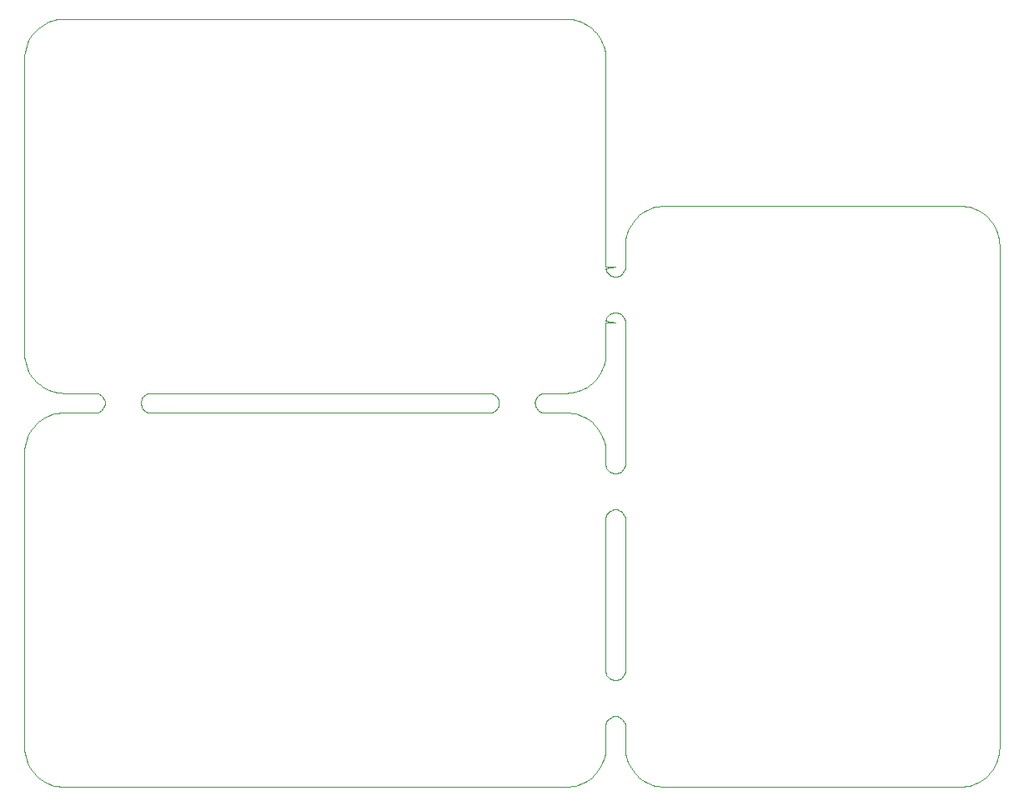
<source format=gko>
%MOIN*%
%OFA0B0*%
%FSLAX36Y36*%
%IPPOS*%
%LPD*%
%ADD10C,0*%
D10*
X001857148Y001496062D02*
X001857148Y001496062D01*
X000505056Y001496062D01*
X000498897Y001496547D01*
X000492890Y001497989D01*
X000487182Y001500354D01*
X000481915Y001503582D01*
X000477217Y001507594D01*
X000473205Y001512291D01*
X000469977Y001517559D01*
X000467613Y001523267D01*
X000466170Y001529274D01*
X000465686Y001535433D01*
X000466170Y001541591D01*
X000467613Y001547599D01*
X000469977Y001553306D01*
X000473205Y001558574D01*
X000477217Y001563271D01*
X000481915Y001567284D01*
X000487182Y001570512D01*
X000492890Y001572876D01*
X000498897Y001574318D01*
X000505056Y001574803D01*
X000505056Y001574803D01*
X001857148Y001574803D01*
X001863307Y001574318D01*
X001869314Y001572876D01*
X001875022Y001570512D01*
X001880289Y001567284D01*
X001884987Y001563271D01*
X001888999Y001558574D01*
X001892227Y001553306D01*
X001894591Y001547599D01*
X001896033Y001541591D01*
X001896518Y001535433D01*
X001896033Y001529274D01*
X001894591Y001523267D01*
X001892227Y001517559D01*
X001888999Y001512291D01*
X001884987Y001507594D01*
X001880289Y001503582D01*
X001875022Y001500354D01*
X001869314Y001497989D01*
X001863307Y001496547D01*
X001857148Y001496062D01*
X001857148Y001496062D01*
X002079859Y001496062D02*
X002079859Y001496062D01*
X002079859Y001496062D01*
X002073700Y001496547D01*
X002067693Y001497989D01*
X002061985Y001500354D01*
X002056718Y001503582D01*
X002052020Y001507594D01*
X002048008Y001512291D01*
X002044780Y001517559D01*
X002042416Y001523267D01*
X002040973Y001529274D01*
X002040489Y001535433D01*
X002040973Y001541591D01*
X002042416Y001547599D01*
X002044780Y001553306D01*
X002048008Y001558574D01*
X002052020Y001563271D01*
X002056718Y001567284D01*
X002061985Y001570512D01*
X002067693Y001572876D01*
X002073700Y001574318D01*
X002079859Y001574803D01*
X002165354Y001574803D01*
X002177709Y001575288D01*
X002189989Y001576742D01*
X002202117Y001579154D01*
X002214018Y001582511D01*
X002225619Y001586790D01*
X002236848Y001591967D01*
X002247637Y001598009D01*
X002257918Y001604879D01*
X002267629Y001612534D01*
X002276709Y001620928D01*
X002285103Y001630008D01*
X002292758Y001639718D01*
X002299628Y001650000D01*
X002305670Y001660788D01*
X002310846Y001672018D01*
X002315126Y001683619D01*
X002318483Y001695520D01*
X002320895Y001707648D01*
X002322348Y001719927D01*
X002322834Y001732283D01*
X002322834Y001857148D01*
X002362204Y001857148D01*
X002323319Y001863307D01*
X002324761Y001869314D01*
X002327125Y001875022D01*
X002330353Y001880289D01*
X002334365Y001884987D01*
X002339063Y001888999D01*
X002344331Y001892227D01*
X002350038Y001894591D01*
X002356045Y001896033D01*
X002362204Y001896518D01*
X002368363Y001896033D01*
X002374370Y001894591D01*
X002380078Y001892227D01*
X002385345Y001888999D01*
X002390043Y001884987D01*
X002394055Y001880289D01*
X002397283Y001875022D01*
X002399647Y001869314D01*
X002401090Y001863307D01*
X002401574Y001857148D01*
X002401574Y001292457D01*
X002401090Y001286298D01*
X002399647Y001280291D01*
X002397283Y001274584D01*
X002394055Y001269316D01*
X002390043Y001264618D01*
X002385345Y001260606D01*
X002380078Y001257378D01*
X002374370Y001255014D01*
X002368363Y001253572D01*
X002362204Y001253087D01*
X002356045Y001253572D01*
X002350038Y001255014D01*
X002344331Y001257378D01*
X002339063Y001260606D01*
X002334365Y001264618D01*
X002330353Y001269316D01*
X002327125Y001274584D01*
X002324761Y001280291D01*
X002323319Y001286298D01*
X002322834Y001292457D01*
X002322834Y001292457D01*
X002322834Y001338582D01*
X002322348Y001350938D01*
X002320895Y001363218D01*
X002318483Y001375346D01*
X002315126Y001387246D01*
X002310846Y001398848D01*
X002305670Y001410077D01*
X002299628Y001420866D01*
X002292758Y001431147D01*
X002285103Y001440858D01*
X002276709Y001449938D01*
X002267629Y001458331D01*
X002257918Y001465987D01*
X002247637Y001472857D01*
X002236848Y001478898D01*
X002225619Y001484075D01*
X002214018Y001488355D01*
X002202117Y001491711D01*
X002189989Y001494124D01*
X002177709Y001495577D01*
X002165354Y001496062D01*
X002079859Y001496062D01*
X002401574Y002079859D02*
X002401574Y002079859D01*
X002401090Y002073700D01*
X002399647Y002067693D01*
X002397283Y002061985D01*
X002394055Y002056718D01*
X002390043Y002052020D01*
X002385345Y002048008D01*
X002380078Y002044780D01*
X002374370Y002042416D01*
X002368363Y002040973D01*
X002362204Y002040489D01*
X002356045Y002040973D01*
X002350038Y002042416D01*
X002344331Y002044780D01*
X002339063Y002048008D01*
X002334365Y002052020D01*
X002330353Y002056718D01*
X002327125Y002061985D01*
X002324761Y002067693D01*
X002323319Y002073700D01*
X002362204Y002079859D01*
X002322834Y002079859D01*
X002322834Y002913385D01*
X002322348Y002925741D01*
X002320895Y002938021D01*
X002318483Y002950149D01*
X002315126Y002962049D01*
X002310846Y002973651D01*
X002305670Y002984880D01*
X002299628Y002995669D01*
X002292758Y003005950D01*
X002285103Y003015661D01*
X002276709Y003024741D01*
X002267629Y003033135D01*
X002257918Y003040790D01*
X002247637Y003047660D01*
X002236848Y003053701D01*
X002225619Y003058878D01*
X002214018Y003063158D01*
X002202117Y003066514D01*
X002189989Y003068927D01*
X002177709Y003070380D01*
X002165354Y003070866D01*
X000157480Y003070866D01*
X000145124Y003070380D01*
X000132844Y003068927D01*
X000120716Y003066514D01*
X000108816Y003063158D01*
X000097214Y003058878D01*
X000085985Y003053701D01*
X000075196Y003047660D01*
X000064915Y003040790D01*
X000055204Y003033135D01*
X000046124Y003024741D01*
X000037731Y003015661D01*
X000030075Y003005950D01*
X000023205Y002995669D01*
X000017164Y002984880D01*
X000011987Y002973651D01*
X000007707Y002962049D01*
X000004351Y002950149D01*
X000001938Y002938021D01*
X000000485Y002925741D01*
X000000000Y002913386D01*
X000000000Y001732283D01*
X000000485Y001719927D01*
X000001938Y001707648D01*
X000004351Y001695520D01*
X000007707Y001683619D01*
X000011987Y001672018D01*
X000017164Y001660788D01*
X000023205Y001650000D01*
X000030075Y001639718D01*
X000037731Y001630008D01*
X000046124Y001620928D01*
X000055204Y001612534D01*
X000064915Y001604879D01*
X000075196Y001598009D01*
X000085985Y001591967D01*
X000097214Y001586790D01*
X000108816Y001582511D01*
X000120716Y001579154D01*
X000132844Y001576742D01*
X000145124Y001575288D01*
X000157480Y001574803D01*
X000282345Y001574803D01*
X000282345Y001574803D01*
X000288504Y001574318D01*
X000294511Y001572876D01*
X000300219Y001570512D01*
X000305486Y001567284D01*
X000310184Y001563271D01*
X000314196Y001558574D01*
X000317424Y001553306D01*
X000319788Y001547599D01*
X000321230Y001541591D01*
X000321715Y001535433D01*
X000321230Y001529274D01*
X000319788Y001523267D01*
X000317424Y001517559D01*
X000314196Y001512291D01*
X000310184Y001507594D01*
X000305486Y001503582D01*
X000300219Y001500354D01*
X000294511Y001497989D01*
X000288504Y001496547D01*
X000282345Y001496062D01*
X000157480Y001496062D01*
X000145124Y001495577D01*
X000132844Y001494124D01*
X000120716Y001491711D01*
X000108816Y001488355D01*
X000097214Y001484075D01*
X000085985Y001478898D01*
X000075196Y001472857D01*
X000064915Y001465987D01*
X000055204Y001458331D01*
X000046124Y001449938D01*
X000037731Y001440858D01*
X000030075Y001431147D01*
X000023205Y001420866D01*
X000017164Y001410077D01*
X000011987Y001398848D01*
X000007707Y001387246D01*
X000004351Y001375346D01*
X000001938Y001363218D01*
X000000485Y001350938D01*
X000000000Y001338583D01*
X000000000Y000157480D01*
X000000485Y000145124D01*
X000001938Y000132845D01*
X000004351Y000120717D01*
X000007707Y000108816D01*
X000011987Y000097215D01*
X000017164Y000085985D01*
X000023205Y000075197D01*
X000030075Y000064915D01*
X000037731Y000055205D01*
X000046124Y000046125D01*
X000055204Y000037731D01*
X000064915Y000030076D01*
X000075196Y000023206D01*
X000085985Y000017164D01*
X000097214Y000011987D01*
X000108816Y000007707D01*
X000120716Y000004351D01*
X000132844Y000001939D01*
X000145124Y000000485D01*
X000157480Y000000000D01*
X002165354Y000000000D01*
X002177709Y000000485D01*
X002189989Y000001939D01*
X002202117Y000004351D01*
X002214018Y000007707D01*
X002225619Y000011987D01*
X002236848Y000017164D01*
X002247637Y000023206D01*
X002257918Y000030076D01*
X002267629Y000037731D01*
X002276709Y000046125D01*
X002285103Y000055205D01*
X002292758Y000064915D01*
X002299628Y000075197D01*
X002305670Y000085985D01*
X002310846Y000097215D01*
X002315126Y000108816D01*
X002318483Y000120717D01*
X002320895Y000132845D01*
X002322348Y000145124D01*
X002322834Y000157480D01*
X002322834Y000242975D01*
X002322834Y000242975D01*
X002323319Y000249134D01*
X002324761Y000255141D01*
X002327125Y000260848D01*
X002330353Y000266116D01*
X002334365Y000270814D01*
X002339063Y000274826D01*
X002344331Y000278054D01*
X002350038Y000280418D01*
X002356045Y000281860D01*
X002362204Y000282345D01*
X002368363Y000281860D01*
X002374370Y000280418D01*
X002380078Y000278054D01*
X002385345Y000274826D01*
X002390043Y000270814D01*
X002394055Y000266116D01*
X002397283Y000260848D01*
X002399647Y000255141D01*
X002401090Y000249134D01*
X002401574Y000242975D01*
X002401574Y000157480D01*
X002402060Y000145124D01*
X002403513Y000132844D01*
X002405925Y000120716D01*
X002409282Y000108816D01*
X002413562Y000097214D01*
X002418738Y000085985D01*
X002424780Y000075196D01*
X002431650Y000064915D01*
X002439305Y000055204D01*
X002447699Y000046124D01*
X002456779Y000037731D01*
X002466490Y000030075D01*
X002476771Y000023205D01*
X002487560Y000017164D01*
X002498789Y000011987D01*
X002510390Y000007707D01*
X002522291Y000004351D01*
X002534419Y000001938D01*
X002546699Y000000485D01*
X002559054Y000000000D01*
X003740157Y000000000D01*
X003752513Y000000485D01*
X003764792Y000001938D01*
X003776920Y000004351D01*
X003788821Y000007707D01*
X003800422Y000011987D01*
X003811651Y000017164D01*
X003822440Y000023205D01*
X003832722Y000030075D01*
X003842432Y000037731D01*
X003851512Y000046124D01*
X003859906Y000055204D01*
X003867561Y000064915D01*
X003874431Y000075196D01*
X003880473Y000085985D01*
X003885650Y000097214D01*
X003889929Y000108816D01*
X003893286Y000120716D01*
X003895698Y000132844D01*
X003897151Y000145124D01*
X003897637Y000157480D01*
X003897637Y002165354D01*
X003897151Y002177709D01*
X003895698Y002189989D01*
X003893286Y002202117D01*
X003889929Y002214018D01*
X003885650Y002225619D01*
X003880473Y002236848D01*
X003874431Y002247637D01*
X003867561Y002257918D01*
X003859906Y002267629D01*
X003851512Y002276709D01*
X003842432Y002285103D01*
X003832722Y002292758D01*
X003822440Y002299628D01*
X003811651Y002305670D01*
X003800422Y002310846D01*
X003788821Y002315126D01*
X003776920Y002318483D01*
X003764792Y002320895D01*
X003752513Y002322348D01*
X003740157Y002322834D01*
X002559055Y002322834D01*
X002546699Y002322348D01*
X002534419Y002320895D01*
X002522291Y002318483D01*
X002510390Y002315126D01*
X002498789Y002310846D01*
X002487560Y002305670D01*
X002476771Y002299628D01*
X002466490Y002292758D01*
X002456779Y002285103D01*
X002447699Y002276709D01*
X002439305Y002267629D01*
X002431650Y002257918D01*
X002424780Y002247637D01*
X002418738Y002236848D01*
X002413562Y002225619D01*
X002409282Y002214018D01*
X002405925Y002202117D01*
X002403513Y002189989D01*
X002402060Y002177709D01*
X002401574Y002165354D01*
X002401574Y002079859D01*
X002401574Y000465686D02*
X002401574Y000465686D01*
X002401090Y000459527D01*
X002399647Y000453520D01*
X002397283Y000447812D01*
X002394055Y000442544D01*
X002390043Y000437847D01*
X002385345Y000433835D01*
X002380078Y000430607D01*
X002374370Y000428242D01*
X002368363Y000426800D01*
X002362204Y000426316D01*
X002356045Y000426800D01*
X002350038Y000428242D01*
X002344331Y000430607D01*
X002339063Y000433835D01*
X002334365Y000437847D01*
X002330353Y000442544D01*
X002327125Y000447812D01*
X002324761Y000453520D01*
X002323319Y000459527D01*
X002322834Y000465686D01*
X002322834Y000465686D01*
X002322834Y001069746D01*
X002323319Y001075905D01*
X002324761Y001081912D01*
X002327125Y001087620D01*
X002330353Y001092888D01*
X002334365Y001097585D01*
X002339063Y001101598D01*
X002344331Y001104825D01*
X002350038Y001107190D01*
X002356045Y001108632D01*
X002362204Y001109117D01*
X002368363Y001108632D01*
X002374370Y001107190D01*
X002380078Y001104825D01*
X002385345Y001101598D01*
X002390043Y001097585D01*
X002394055Y001092888D01*
X002397283Y001087620D01*
X002399647Y001081912D01*
X002401090Y001075905D01*
X002401574Y001069746D01*
X002401574Y001069746D01*
X002401574Y000465686D01*
M02*
</source>
